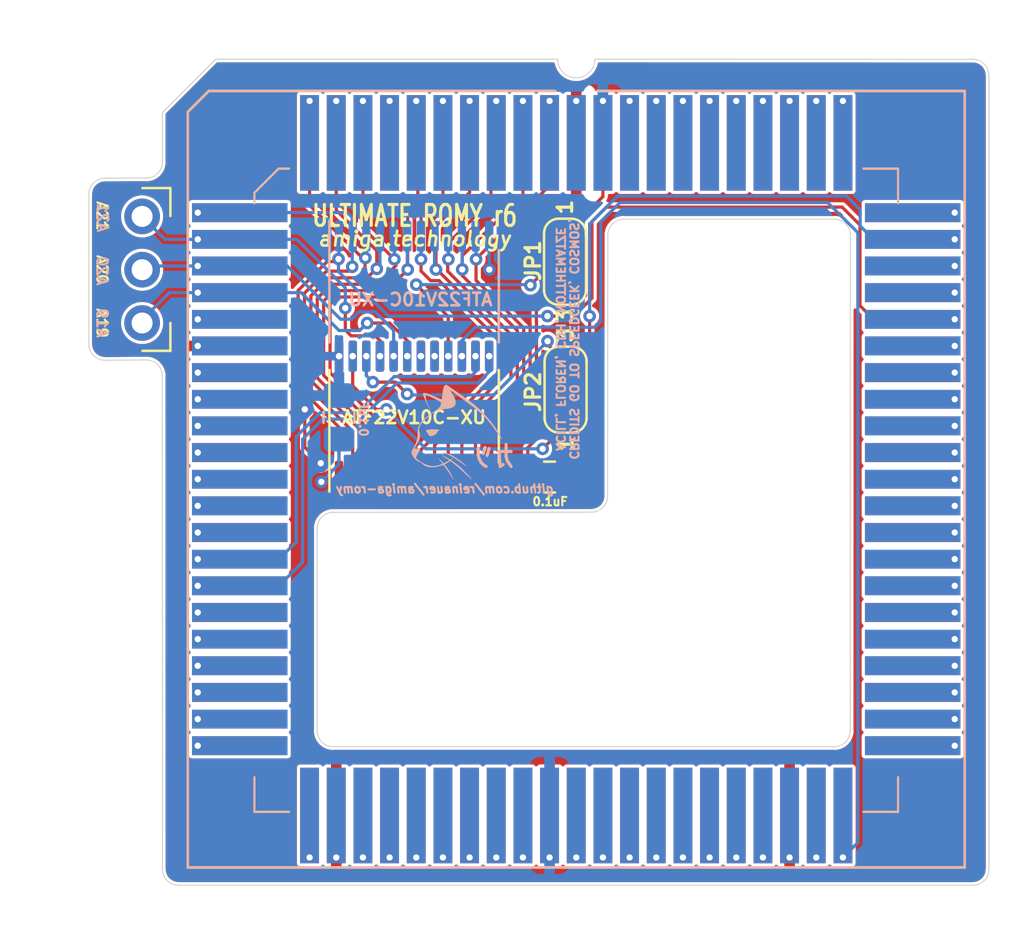
<source format=kicad_pcb>
(kicad_pcb (version 20210228) (generator pcbnew)
  (layers (0 "F.Cu" signal) (31 "B.Cu" signal) (34 "B.Paste" user) (35 "F.Paste" user) (36 "B.SilkS" user "B.Silkscreen") (37 "F.SilkS" user "F.Silkscreen") (38 "B.Mask" user) (39 "F.Mask" user) (44 "Edge.Cuts" user))
  (net 0 "")
  (net 1 "GND")
  (net 2 "VCC")
  (net 3 "/I11")
  (net 4 "/I10")
  (net 5 "/I9")
  (net 6 "/I8")
  (net 7 "/I7")
  (net 8 "/I6")
  (net 10 "/I5")
  (net 11 "/I4")
  (net 12 "/I3")
  (net 13 "/I2")
  (net 14 "/IO3")
  (net 15 "/IO4")
  (net 16 "/IO5")
  (net 25 "/IO10")
  (net 26 "/I12")
  (net 50 "/IO9")
  (net 67 "/I1{slash}CLK")
  (net 70 "Net-(IC2-Pad73)")
  (net 81 "/IO8")
  (net 82 "/IO2")
  (net 83 "/IO1")
  (net 84 "/IO7")
  (net 85 "/IO6")
  (footprint "Jumper:SolderJumper-3_P1.3mm_Bridged12_RoundedPad1.0x1.5mm_NumberLabels" (layer "F.Cu") (at 41.1988 45.593 -90)
    (fp_text reference "JP1" (at -0.0508 1.524 90) (layer "F.SilkS") (effects (font (size 0.7 0.7))))
    (fp_text value "SolderJumper_3_Bridged12" hide)
    (fp_text user "1" (at -2.6 0 90) (layer "F.SilkS") (effects (font (size 0.7 0.7))))
    (fp_text user "3" (at 2.6 0 90) (layer "F.SilkS") (effects (font (size 0.7 0.7))))
    (fp_poly (pts (xy -0.9 -0.3) (xy -0.4 -0.3) (xy -0.4 0.3) (xy -0.9 0.3)) (layer "F.Cu") (width 0) (fill solid))
    (pad "1" smd custom (at -1.3 0 270) (size 1 0.5) (layers "F.Cu" "F.Mask") (net 2 "VCC") (options (clearance outline) (anchor rect)) (primitives (gr_poly (pts (xy 0.55 -0.75) (xy 0 -0.75) (xy 0 0.75) (xy 0.55 0.75)) (width 0) (fill yes)) (gr_circle (center 0 0.25) (end 0.5 0.25) (width 0) (fill yes)) (gr_circle (center 0 -0.25) (end 0.5 -0.25) (width 0) (fill yes))))
    (pad "2" smd rect (at 0 0 270) (size 1 1.5) (layers "F.Cu" "F.Mask") (net 81 "/IO8"))
    (pad "3" smd custom (at 1.3 0 270) (size 1 0.5) (layers "F.Cu" "F.Mask") (net 1 "GND") (options (clearance outline) (anchor rect)) (primitives (gr_circle (center 0 0.25) (end 0.5 0.25) (width 0) (fill yes)) (gr_circle (center 0 -0.25) (end 0.5 -0.25) (width 0) (fill yes)) (gr_poly (pts (xy -0.55 -0.75) (xy 0 -0.75) (xy 0 0.75) (xy -0.55 0.75)) (width 0) (fill yes))))
  )
  (footprint "Capacitor_SMD:C_0805_2012Metric_Pad1.18x1.45mm_HandSolder" (layer "F.Cu") (at 40.4622 55.8546 180)
    (fp_text reference "C1" hide)
    (fp_text value "0.1uF" (at -0.0254 -1.1684) (layer "F.SilkS") (effects (font (size 0.4 0.4) (thickness 0.1))))
    (pad "1" smd roundrect (at -1.0375 0 180) (size 1.175 1.45) (layers "F.Cu" "F.Paste" "F.Mask") (roundrect_rratio 0.2127659574) (net 1 "GND"))
    (pad "2" smd roundrect (at 1.0375 0 180) (size 1.175 1.45) (layers "F.Cu" "F.Paste" "F.Mask") (roundrect_rratio 0.2127659574) (net 2 "VCC"))
  )
  (footprint "amiga-romy:Address_PinHeader_1x03_P2.54mm_Vertical" (layer "F.Cu") (at 21.0566 43.434)
    (fp_text reference "J1" hide)
    (fp_text value "Conn_01x03_Male")
    (fp_text user "A19" (at -1.905 5.08 -90 unlocked) (layer "B.SilkS") (effects (font (size 0.5 0.5) (thickness 0.1)) (justify mirror)))
    (fp_text user "A20" (at -1.905 2.5908 -90 unlocked) (layer "B.SilkS") (effects (font (size 0.5 0.5) (thickness 0.1)) (justify mirror)))
    (fp_text user "A21" (at -1.8796 0.0508 -90 unlocked) (layer "B.SilkS") (effects (font (size 0.5 0.5) (thickness 0.1)) (justify mirror)))
    (fp_text user "A21" (at -1.905 -0.0254 -90 unlocked) (layer "F.SilkS") (effects (font (size 0.5 0.5) (thickness 0.1))))
    (fp_text user "A19" (at -1.905 5.08 -90 unlocked) (layer "F.SilkS") (effects (font (size 0.5 0.5) (thickness 0.1))))
    (fp_text user "A20" (at -1.905 2.54 -90 unlocked) (layer "F.SilkS") (effects (font (size 0.5 0.5) (thickness 0.1))))
    (pad "1" thru_hole circle (at 0 0) (size 1.7 1.7) (drill 1) (layers *.Cu *.Mask) (net 14 "/IO3"))
    (pad "2" thru_hole oval (at 0 2.54) (size 1.7 1.7) (drill 1) (layers *.Cu *.Mask) (net 15 "/IO4"))
    (pad "3" thru_hole oval (at 0 5.08) (size 1.7 1.7) (drill 1) (layers *.Cu *.Mask) (net 16 "/IO5"))
  )
  (footprint "amiga-romy:asym_TSSOP-24_4.4x7.8mm_P0.65mm" (layer "F.Cu") (at 34.01 52.9513 90)
    (fp_text reference "U1")
    (fp_text value "ATF22V10C-XU" (at -0.0585 0.0006 180) (layer "F.SilkS") (effects (font (size 0.6 0.6) (thickness 0.127))))
    (pad "1" smd roundrect (at -2.8625 -3.575 90) (size 1.475 0.4) (layers "F.Cu" "F.Paste" "F.Mask") (net 67 "/I1{slash}CLK"))
    (pad "2" smd roundrect (at -2.8625 -2.925 90) (size 1.475 0.4) (layers "F.Cu" "F.Paste" "F.Mask") (net 13 "/I2"))
    (pad "3" smd roundrect (at -2.8625 -2.275 90) (size 1.475 0.4) (layers "F.Cu" "F.Paste" "F.Mask") (net 12 "/I3"))
    (pad "4" smd roundrect (at -2.8625 -1.625 90) (size 1.475 0.4) (layers "F.Cu" "F.Paste" "F.Mask") (net 11 "/I4"))
    (pad "5" smd roundrect (at -2.8625 -0.975 90) (size 1.475 0.4) (layers "F.Cu" "F.Paste" "F.Mask") (net 10 "/I5"))
    (pad "6" smd roundrect (at -2.8625 -0.325 90) (size 1.475 0.4) (layers "F.Cu" "F.Paste" "F.Mask") (net 8 "/I6"))
    (pad "7" smd roundrect (at -2.8625 0.325 90) (size 1.475 0.4) (layers "F.Cu" "F.Paste" "F.Mask") (net 7 "/I7"))
    (pad "8" smd roundrect (at -2.8625 0.975 90) (size 1.475 0.4) (layers "F.Cu" "F.Paste" "F.Mask") (net 6 "/I8"))
    (pad "9" smd roundrect (at -2.8625 1.625 90) (size 1.475 0.4) (layers "F.Cu" "F.Paste" "F.Mask") (net 5 "/I9"))
    (pad "10" smd roundrect (at -2.8625 2.275 90) (size 1.475 0.4) (layers "F.Cu" "F.Paste" "F.Mask") (net 4 "/I10"))
    (pad "11" smd roundrect (at -2.8625 2.925 90) (size 1.475 0.4) (layers "F.Cu" "F.Paste" "F.Mask") (net 3 "/I11"))
    (pad "12" smd roundrect (at -2.8625 3.575 90) (size 1.475 0.4) (layers "F.Cu" "F.Paste" "F.Mask") (net 1 "GND"))
    (pad "13" thru_hole roundrect (at 2.8625 3.575 90) (size 1.475 0.4) (drill 0.3) (layers *.Cu *.Mask) (net 26 "/I12"))
    (pad "14" thru_hole roundrect (at 2.8625 2.925 90) (size 1.475 0.4) (drill 0.3) (layers *.Cu *.Mask) (net 25 "/IO10"))
    (pad "15" thru_hole roundrect (at 2.8625 2.275 90) (size 1.475 0.4) (drill 0.3) (layers *.Cu *.Mask) (net 50 "/IO9"))
    (pad "16" thru_hole roundrect (at 2.8625 1.625 90) (size 1.475 0.4) (drill 0.3) (layers *.Cu *.Mask) (net 81 "/IO8"))
    (pad "17" thru_hole roundrect (at 2.8625 0.975 90) (size 1.475 0.4) (drill 0.3) (layers *.Cu *.Mask) (net 84 "/IO7"))
    (pad "18" thru_hole roundrect (at 2.8625 0.325 90) (size 1.475 0.4) (drill 0.3) (layers *.Cu *.Mask) (net 85 "/IO6"))
    (pad "19" thru_hole roundrect (at 2.8625 -0.325 90) (size 1.475 0.4) (drill 0.3) (layers *.Cu *.Mask) (net 16 "/IO5"))
    (pad "20" thru_hole roundrect (at 2.8625 -0.975 90) (size 1.475 0.4) (drill 0.3) (layers *.Cu *.Mask) (net 15 "/IO4"))
    (pad "21" thru_hole roundrect (at 2.8625 -1.625 90) (size 1.475 0.4) (drill 0.3) (layers *.Cu *.Mask) (net 14 "/IO3"))
    (pad "22" thru_hole roundrect (at 2.8625 -2.275 90) (size 1.475 0.4) (drill 0.3) (layers *.Cu *.Mask) (net 82 "/IO2"))
    (pad "23" thru_hole roundrect (at 2.8625 -2.925 90) (size 1.475 0.4) (drill 0.3) (layers *.Cu *.Mask) (net 83 "/IO1"))
    (pad "24" thru_hole roundrect (at 2.8625 -3.575 90) (size 1.475 0.4) (drill 0.3) (layers *.Cu *.Mask) (net 2 "VCC"))
  )
  (footprint "amiga-romy:Katsu" (layer "F.Cu") (at 35.687 54.0512)
    (fp_text reference "カツ" (at 2.1336 0.9398 unlocked) (layer "B.SilkS") (effects (justify mirror)))
    (fp_text value "Katsu" hide)
  )
  (footprint "Jumper:SolderJumper-3_P1.3mm_Bridged12_RoundedPad1.0x1.5mm_NumberLabels" (layer "F.Cu") (at 41.2242 51.689 90)
    (fp_text reference "JP2" (at -0.1016 -1.5494 90) (layer "F.SilkS") (effects (font (size 0.7 0.7))))
    (fp_text value "SolderJumper_3_Bridged12" hide)
    (fp_text user "1" (at -2.6 0 90) (layer "F.SilkS") (effects (font (size 0.7 0.7))))
    (fp_text user "3" (at 2.6 0 90) (layer "F.SilkS") (effects (font (size 0.7 0.7))))
    (fp_poly (pts (xy -0.9 -0.3) (xy -0.4 -0.3) (xy -0.4 0.3) (xy -0.9 0.3)) (layer "F.Cu") (width 0) (fill solid))
    (pad "1" smd custom (at -1.3 0 90) (size 1 0.5) (layers "F.Cu" "F.Mask") (net 83 "/IO1") (options (clearance outline) (anchor rect)) (primitives (gr_poly (pts (xy 0.55 -0.75) (xy 0 -0.75) (xy 0 0.75) (xy 0.55 0.75)) (width 0) (fill yes)) (gr_circle (center 0 0.25) (end 0.5 0.25) (width 0) (fill yes)) (gr_circle (center 0 -0.25) (end 0.5 -0.25) (width 0) (fill yes))))
    (pad "2" smd rect (at 0 0 90) (size 1 1.5) (layers "F.Cu" "F.Mask") (net 70 "Net-(IC2-Pad73)"))
    (pad "3" smd custom (at 1.3 0 90) (size 1 0.5) (layers "F.Cu" "F.Mask") (net 82 "/IO2") (options (clearance outline) (anchor rect)) (primitives (gr_circle (center 0 0.25) (end 0.5 0.25) (width 0) (fill yes)) (gr_circle (center 0 -0.25) (end 0.5 -0.25) (width 0) (fill yes)) (gr_poly (pts (xy -0.55 -0.75) (xy 0 -0.75) (xy 0 0.75) (xy -0.55 0.75)) (width 0) (fill yes))))
  )
  (footprint "amiga-romy:asym_TSSOP-24_4.4x7.8mm_P0.65mm" (layer "B.Cu") (at 34.01 47.2363 -90)
    (fp_text reference "U2" hide)
    (fp_text value "ATF22V10C-XU" (at 0.1601 -0.3054 180) (layer "B.SilkS") (effects (font (size 0.6 0.6) (thickness 0.127)) (justify mirror)))
    (pad "1" smd roundrect (at -2.8625 3.575 270) (size 1.475 0.4) (layers "B.Cu" "B.Paste" "B.Mask") (net 67 "/I1{slash}CLK"))
    (pad "2" smd roundrect (at -2.8625 2.925 270) (size 1.475 0.4) (layers "B.Cu" "B.Paste" "B.Mask") (net 13 "/I2"))
    (pad "3" smd roundrect (at -2.8625 2.275 270) (size 1.475 0.4) (layers "B.Cu" "B.Paste" "B.Mask") (net 12 "/I3"))
    (pad "4" smd roundrect (at -2.8625 1.625 270) (size 1.475 0.4) (layers "B.Cu" "B.Paste" "B.Mask") (net 11 "/I4"))
    (pad "5" smd roundrect (at -2.8625 0.975 270) (size 1.475 0.4) (layers "B.Cu" "B.Paste" "B.Mask") (net 10 "/I5"))
    (pad "6" smd roundrect (at -2.8625 0.325 270) (size 1.475 0.4) (layers "B.Cu" "B.Paste" "B.Mask") (net 8 "/I6"))
    (pad "7" smd roundrect (at -2.8625 -0.325 270) (size 1.475 0.4) (layers "B.Cu" "B.Paste" "B.Mask") (net 7 "/I7"))
    (pad "8" smd roundrect (at -2.8625 -0.975 270) (size 1.475 0.4) (layers "B.Cu" "B.Paste" "B.Mask") (net 6 "/I8"))
    (pad "9" smd roundrect (at -2.8625 -1.625 270) (size 1.475 0.4) (layers "B.Cu" "B.Paste" "B.Mask") (net 5 "/I9"))
    (pad "10" smd roundrect (at -2.8625 -2.275 270) (size 1.475 0.4) (layers "B.Cu" "B.Paste" "B.Mask") (net 4 "/I10"))
    (pad "11" smd roundrect (at -2.8625 -2.925 270) (size 1.475 0.4) (layers "B.Cu" "B.Paste" "B.Mask") (net 3 "/I11"))
    (pad "12" smd roundrect (at -2.8625 -3.575 270) (size 1.475 0.4) (layers "B.Cu" "B.Paste" "B.Mask") (net 1 "GND"))
    (pad "13" thru_hole roundrect (at 2.8625 -3.575 270) (size 1.475 0.4) (drill 0.3) (layers *.Cu *.Mask) (net 26 "/I12"))
    (pad "14" thru_hole roundrect (at 2.8625 -2.925 270) (size 1.475 0.4) (drill 0.3) (layers *.Cu *.Mask) (net 25 "/IO10"))
    (pad "15" thru_hole roundrect (at 2.8625 -2.275 270) (size 1.475 0.4) (drill 0.3) (layers *.Cu *.Mask) (net 50 "/IO9"))
    (pad "16" thru_hole roundrect (at 2.8625 -1.625 270) (size 1.475 0.4) (drill 0.3) (layers *.Cu *.Mask) (net 81 "/IO8"))
    (pad "17" thru_hole roundrect (at 2.8625 -0.975 270) (size 1.475 0.4) (drill 0.3) (layers *.Cu *.Mask) (net 84 "/IO7"))
    (pad "18" thru_hole roundrect (at 2.8625 -0.325 270) (size 1.475 0.4) (drill 0.3) (layers *.Cu *.Mask) (net 85 "/IO6"))
    (pad "19" thru_hole roundrect (at 2.8625 0.325 270) (size 1.475 0.4) (drill 0.3) (layers *.Cu *.Mask) (net 16 "/IO5"))
    (pad "20" thru_hole roundrect (at 2.8625 0.975 270) (size 1.475 0.4) (drill 0.3) (layers *.Cu *.Mask) (net 15 "/IO4"))
    (pad "21" thru_hole roundrect (at 2.8625 1.625 270) (size 1.475 0.4) (drill 0.3) (layers *.Cu *.Mask) (net 14 "/IO3"))
    (pad "22" thru_hole roundrect (at 2.8625 2.275 270) (size 1.475 0.4) (drill 0.3) (layers *.Cu *.Mask) (net 82 "/IO2"))
    (pad "23" thru_hole roundrect (at 2.8625 2.925 270) (size 1.475 0.4) (drill 0.3) (layers *.Cu *.Mask) (net 83 "/IO1"))
    (pad "24" thru_hole roundrect (at 2.8625 3.575 270) (size 1.475 0.4) (drill 0.3) (layers *.Cu *.Mask) (net 2 "VCC"))
  )
  (footprint "amiga-romy:APW9328THO" (layer "B.Cu") (at 41.7322 55.9562 180)
    (fp_text reference "IC2" hide)
    (fp_text value "FAT_GARY")
    (pad "1" thru_hole rect (at 0 18.025 180) (size 0.9 4.55) (drill 0.3 (offset 0 -2)) (layers *.Cu *.Mask) (net 1 "GND"))
    (pad "2" thru_hole rect (at 1.27 18.025 180) (size 0.9 4.55) (drill 0.3 (offset 0 -2)) (layers *.Cu *.Mask) (net 3 "/I11"))
    (pad "3" thru_hole rect (at 2.54 18.025 180) (size 0.9 4.55) (drill 0.3 (offset 0 -2)) (layers *.Cu *.Mask) (net 4 "/I10"))
    (pad "4" thru_hole rect (at 3.81 18.025 180) (size 0.9 4.55) (drill 0.3 (offset 0 -2)) (layers *.Cu *.Mask) (net 5 "/I9"))
    (pad "5" thru_hole rect (at 5.08 18.025 180) (size 0.9 4.55) (drill 0.3 (offset 0 -2)) (layers *.Cu *.Mask) (net 6 "/I8"))
    (pad "6" thru_hole rect (at 6.35 18.025 180) (size 0.9 4.55) (drill 0.3 (offset 0 -2)) (layers *.Cu *.Mask) (net 7 "/I7"))
    (pad "7" thru_hole rect (at 7.62 18.025 180) (size 0.9 4.55) (drill 0.3 (offset 0 -2)) (layers *.Cu *.Mask) (net 8 "/I6"))
    (pad "8" thru_hole rect (at 8.89 18.025 180) (size 0.9 4.55) (drill 0.3 (offset 0 -2)) (layers *.Cu *.Mask))
    (pad "9" thru_hole rect (at 10.16 18.025 180) (size 0.9 4.55) (drill 0.3 (offset 0 -2)) (layers *.Cu *.Mask) (net 10 "/I5"))
    (pad "10" thru_hole rect (at 11.43 18.025 180) (size 0.9 4.55) (drill 0.3 (offset 0 -2)) (layers *.Cu *.Mask) (net 11 "/I4"))
    (pad "11" thru_hole rect (at 12.7 18.025 180) (size 0.9 4.55) (drill 0.3 (offset 0 -2)) (layers *.Cu *.Mask) (net 12 "/I3"))
    (pad "12" thru_hole rect (at 18.025 12.7 180) (size 4.55 0.9) (drill 0.3 (offset -2 0)) (layers *.Cu *.Mask) (net 13 "/I2"))
    (pad "13" thru_hole rect (at 18.025 11.43 180) (size 4.55 0.9) (drill 0.3 (offset -2 0)) (layers *.Cu *.Mask) (net 14 "/IO3"))
    (pad "14" thru_hole rect (at 18.025 10.16 180) (size 4.55 0.9) (drill 0.3 (offset -2 0)) (layers *.Cu *.Mask) (net 15 "/IO4"))
    (pad "15" thru_hole rect (at 18.025 8.89 180) (size 4.55 0.9) (drill 0.3 (offset -2 0)) (layers *.Cu *.Mask) (net 16 "/IO5"))
    (pad "16" thru_hole rect (at 18.025 7.62 180) (size 4.55 0.9) (drill 0.3 (offset -2 0)) (layers *.Cu *.Mask))
    (pad "17" thru_hole rect (at 18.025 6.35 180) (size 4.55 0.9) (drill 0.3 (offset -2 0)) (layers *.Cu *.Mask) (net 1 "GND"))
    (pad "18" thru_hole rect (at 18.025 5.08 180) (size 4.55 0.9) (drill 0.3 (offset -2 0)) (layers *.Cu *.Mask))
    (pad "19" thru_hole rect (at 18.025 3.81 180) (size 4.55 0.9) (drill 0.3 (offset -2 0)) (layers *.Cu *.Mask))
    (pad "20" thru_hole rect (at 18.025 2.54 180) (size 4.55 0.9) (drill 0.3 (offset -2 0)) (layers *.Cu *.Mask))
    (pad "21" thru_hole rect (at 18.025 1.27 180) (size 4.55 0.9) (drill 0.3 (offset -2 0)) (layers *.Cu *.Mask))
    (pad "22" thru_hole rect (at 18.025 0 180) (size 4.55 0.9) (drill 0.3 (offset -2 0)) (layers *.Cu *.Mask))
    (pad "23" thru_hole rect (at 18.025 -1.27 180) (size 4.55 0.9) (drill 0.3 (offset -2 0)) (layers *.Cu *.Mask))
    (pad "24" thru_hole rect (at 18.025 -2.54 180) (size 4.55 0.9) (drill 0.3 (offset -2 0)) (layers *.Cu *.Mask))
    (pad "25" thru_hole rect (at 18.025 -3.81 180) (size 4.55 0.9) (drill 0.3 (offset -2 0)) (layers *.Cu *.Mask) (net 25 "/IO10"))
    (pad "26" thru_hole rect (at 18.025 -5.08 180) (size 4.55 0.9) (drill 0.3 (offset -2 0)) (layers *.Cu *.Mask) (net 26 "/I12"))
    (pad "27" thru_hole rect (at 18.025 -6.35 180) (size 4.55 0.9) (drill 0.3 (offset -2 0)) (layers *.Cu *.Mask))
    (pad "28" thru_hole rect (at 18.025 -7.62 180) (size 4.55 0.9) (drill 0.3 (offset -2 0)) (layers *.Cu *.Mask))
    (pad "29" thru_hole rect (at 18.025 -8.89 180) (size 4.55 0.9) (drill 0.3 (offset -2 0)) (layers *.Cu *.Mask))
    (pad "30" thru_hole rect (at 18.025 -10.16 180) (size 4.55 0.9) (drill 0.3 (offset -2 0)) (layers *.Cu *.Mask))
    (pad "31" thru_hole rect (at 18.025 -11.43 180) (size 4.55 0.9) (drill 0.3 (offset -2 0)) (layers *.Cu *.Mask))
    (pad "32" thru_hole rect (at 18.025 -12.7 180) (size 4.55 0.9) (drill 0.3 (offset -2 0)) (layers *.Cu *.Mask))
    (pad "33" thru_hole rect (at 12.7 -18.025 180) (size 0.9 4.55) (drill 0.3 (offset 0 2)) (layers *.Cu *.Mask))
    (pad "34" thru_hole rect (at 11.43 -18.025 180) (size 0.9 4.55) (drill 0.3 (offset 0 2)) (layers *.Cu *.Mask) (net 1 "GND"))
    (pad "35" thru_hole rect (at 10.16 -18.025 180) (size 0.9 4.55) (drill 0.3 (offset 0 2)) (layers *.Cu *.Mask))
    (pad "36" thru_hole rect (at 8.89 -18.025 180) (size 0.9 4.55) (drill 0.3 (offset 0 2)) (layers *.Cu *.Mask))
    (pad "37" thru_hole rect (at 7.62 -18.025 180) (size 0.9 4.55) (drill 0.3 (offset 0 2)) (layers *.Cu *.Mask))
    (pad "38" thru_hole rect (at 6.35 -18.025 180) (size 0.9 4.55) (drill 0.3 (offset 0 2)) (layers *.Cu *.Mask))
    (pad "39" thru_hole rect (at 5.08 -18.025 180) (size 0.9 4.55) (drill 0.3 (offset 0 2)) (layers *.Cu *.Mask))
    (pad "40" thru_hole rect (at 3.81 -18.025 180) (size 0.9 4.55) (drill 0.3 (offset 0 2)) (layers *.Cu *.Mask))
    (pad "41" thru_hole rect (at 2.54 -18.025 180) (size 0.9 4.55) (drill 0.3 (offset 0 2)) (layers *.Cu *.Mask))
    (pad "42" thru_hole rect (at 1.27 -18.025 180) (size 0.9 4.55) (drill 0.3 (offset 0 2)) (layers *.Cu *.Mask) (net 2 "VCC"))
    (pad "43" thru_hole rect (at 0 -18.025 180) (size 0.9 4.55) (drill 0.3 (offset 0 2)) (layers *.Cu *.Mask))
    (pad "44" thru_hole rect (at -1.27 -18.025 180) (size 0.9 4.55) (drill 0.3 (offset 0 2)) (layers *.Cu *.Mask))
    (pad "45" thru_hole rect (at -2.54 -18.025 180) (size 0.9 4.55) (drill 0.3 (offset 0 2)) (layers *.Cu *.Mask))
    (pad "46" thru_hole rect (at -3.81 -18.025 180) (size 0.9 4.55) (drill 0.3 (offset 0 2)) (layers *.Cu *.Mask))
    (pad "47" thru_hole rect (at -5.08 -18.025 180) (size 0.9 4.55) (drill 0.3 (offset 0 2)) (layers *.Cu *.Mask))
    (pad "48" thru_hole rect (at -6.35 -18.025 180) (size 0.9 4.55) (drill 0.3 (offset 0 2)) (layers *.Cu *.Mask))
    (pad "49" thru_hole rect (at -7.62 -18.025 180) (size 0.9 4.55) (drill 0.3 (offset 0 2)) (layers *.Cu *.Mask))
    (pad "50" thru_hole rect (at -8.89 -18.025 180) (size 0.9 4.55) (drill 0.3 (offset 0 2)) (layers *.Cu *.Mask))
    (pad "51" thru_hole rect (at -10.16 -18.025 180) (size 0.9 4.55) (drill 0.3 (offset 0 2)) (layers *.Cu *.Mask) (net 1 "GND"))
    (pad "52" thru_hole rect (at -11.43 -18.025 180) (size 0.9 4.55) (drill 0.3 (offset 0 2)) (layers *.Cu *.Mask))
    (pad "53" thru_hole rect (at -12.7 -18.025 180) (size 0.9 4.55) (drill 0.3 (offset 0 2)) (layers *.Cu *.Mask) (net 50 "/IO9"))
    (pad "54" thru_hole rect (at -18.025 -12.7 180) (size 4.55 0.9) (drill 0.3 (offset 2 0)) (layers *.Cu *.Mask))
    (pad "55" thru_hole rect (at -18.025 -11.43 180) (size 4.55 0.9) (drill 0.3 (offset 2 0)) (layers *.Cu *.Mask))
    (pad "56" thru_hole rect (at -18.025 -10.16 180) (size 4.55 0.9) (drill 0.3 (offset 2 0)) (layers *.Cu *.Mask))
    (pad "57" thru_hole rect (at -18.025 -8.89 180) (size 4.55 0.9) (drill 0.3 (offset 2 0)) (layers *.Cu *.Mask))
    (pad "58" thru_hole rect (at -18.025 -7.62 180) (size 4.55 0.9) (drill 0.3 (offset 2 0)) (layers *.Cu *.Mask))
    (pad "59" thru_hole rect (at -18.025 -6.35 180) (size 4.55 0.9) (drill 0.3 (offset 2 0)) (layers *.Cu *.Mask))
    (pad "60" thru_hole rect (at -18.025 -5.08 180) (size 4.55 0.9) (drill 0.3 (offset 2 0)) (layers *.Cu *.Mask))
    (pad "61" thru_hole rect (at -18.025 -3.81 180) (size 4.55 0.9) (drill 0.3 (offset 2 0)) (layers *.Cu *.Mask))
    (pad "62" thru_hole rect (at -18.025 -2.54 180) (size 4.55 0.9) (drill 0.3 (offset 2 0)) (layers *.Cu *.Mask))
    (pad "63" thru_hole rect (at -18.025 -1.27 180) (size 4.55 0.9) (drill 0.3 (offset 2 0)) (layers *.Cu *.Mask))
    (pad "64" thru_hole rect (at -18.025 0 180) (size 4.55 0.9) (drill 0.3 (offset 2 0)) (layers *.Cu *.Mask))
    (pad "65" thru_hole rect (at -18.025 1.27 180) (size 4.55 0.9) (drill 0.3 (offset 2 0)) (layers *.Cu *.Mask))
    (pad "66" thru_hole rect (at -18.025 2.54 180) (size 4.55 0.9) (drill 0.3 (offset 2 0)) (layers *.Cu *.Mask))
    (pad "67" thru_hole rect (at -18.025 3.81 180) (size 4.55 0.9) (drill 0.3 (offset 2 0)) (layers *.Cu *.Mask))
    (pad "68" thru_hole rect (at -18.025 5.08 180) (size 4.55 0.9) (drill 0.3 (offset 2 0)) (layers *.Cu *.Mask))
    (pad "69" thru_hole rect (at -18.025 6.35 180) (size 4.55 0.9) (drill 0.3 (offset 2 0)) (layers *.Cu *.Mask))
    (pad "70" thru_hole rect (at -18.025 7.62 180) (size 4.55 0.9) (drill 0.3 (offset 2 0)) (layers *.Cu *.Mask) (net 67 "/I1{slash}CLK"))
    (pad "71" thru_hole rect (at -18.025 8.89 180) (size 4.55 0.9) (drill 0.3 (offset 2 0)) (layers *.Cu *.Mask))
    (pad "72" thru_hole rect (at -18.025 10.16 180) (size 4.55 0.9) (drill 0.3 (offset 2 0)) (layers *.Cu *.Mask))
    (pad "73" thru_hole rect (at -18.025 11.43 180) (size 4.55 0.9) (drill 0.3 (offset 2 0)) (layers *.Cu *.Mask) (net 70 "Net-(IC2-Pad73)"))
    (pad "74" thru_hole rect (at -18.025 12.7 180) (size 4.55 0.9) (drill 0.3 (offset 2 0)) (layers *.Cu *.Mask))
    (pad "75" thru_hole rect (at -12.7 18.025 180) (size 0.9 4.55) (drill 0.3 (offset 0 -2)) (layers *.Cu *.Mask))
    (pad "76" thru_hole rect (at -11.43 18.025 180) (size 0.9 4.55) (drill 0.3 (offset 0 -2)) (layers *.Cu *.Mask))
    (pad "77" thru_hole rect (at -10.16 18.025 180) (size 0.9 4.55) (drill 0.3 (offset 0 -2)) (layers *.Cu *.Mask))
    (pad "78" thru_hole rect (at -8.89 18.025 180) (size 0.9 4.55) (drill 0.3 (offset 0 -2)) (layers *.Cu *.Mask))
    (pad "79" thru_hole rect (at -7.62 18.025 180) (size 0.9 4.55) (drill 0.3 (offset 0 -2)) (layers *.Cu *.Mask))
    (pad "80" thru_hole rect (at -6.35 18.025 180) (size 0.9 4.55) (drill 0.3 (offset 0 -2)) (layers *.Cu *.Mask))
    (pad "81" thru_hole rect (at -5.08 18.025 180) (size 0.9 4.55) (drill 0.3 (offset 0 -2)) (layers *.Cu *.Mask))
    (pad "82" thru_hole rect (at -3.81 18.025 180) (size 0.9 4.55) (drill 0.3 (offset 0 -2)) (layers *.Cu *.Mask))
    (pad "83" thru_hole rect (at -2.54 18.025 180) (size 0.9 4.55) (drill 0.3 (offset 0 -2)) (layers *.Cu *.Mask))
    (pad "84" thru_hole rect (at -1.27 18.025 180) (size 0.9 4.55) (drill 0.3 (offset 0 -2)) (layers *.Cu *.Mask) (net 2 "VCC"))
  )
  (footprint "Capacitor_SMD:C_0805_2012Metric_Pad1.18x1.45mm_HandSolder" (layer "B.Cu") (at 30.4292 53.0098 90)
    (fp_text reference "C2")
    (fp_text value "0.1uF" (at -0.0762 1.1684 270 unlocked) (layer "B.SilkS") (effects (font (size 0.4 0.4) (thickness 0.1)) (justify mirror)))
    (pad "1" smd roundrect (at -1.0375 0 90) (size 1.175 1.45) (layers "B.Cu" "B.Paste" "B.Mask") (roundrect_rratio 0.2127659574) (net 1 "GND"))
    (pad "2" smd roundrect (at 1.0375 0 90) (size 1.175 1.45) (layers "B.Cu" "B.Paste" "B.Mask") (roundrect_rratio 0.2127659574) (net 2 "VCC"))
  )
  (gr_arc (start 43.998215 44.328415) (end 43.998215 43.566415) (angle -90) (layer "Edge.Cuts") (width 0.05))
  (gr_line (start 43.236215 44.328415) (end 43.225385 56.763585) (layer "Edge.Cuts") (width 0.05))
  (gr_arc (start 19.284015 49.524585) (end 18.522015 49.524585) (angle -90) (layer "Edge.Cuts") (width 0.05))
  (gr_arc (start 60.624385 74.543585) (end 60.624385 75.305585) (angle -90) (layer "Edge.Cuts") (width 0.05))
  (gr_line (start 60.624385 75.305585) (end 22.789215 75.305585) (layer "Edge.Cuts") (width 0.05))
  (gr_line (start 22.0218 40.8432) (end 22.0218 38.481) (layer "Edge.Cuts") (width 0.05))
  (gr_line (start 29.393215 58.298415) (end 29.393215 67.939585) (layer "Edge.Cuts") (width 0.05))
  (gr_arc (start 21.2598 40.8432) (end 21.2598 41.6052) (angle -90) (layer "Edge.Cuts") (width 0.05))
  (gr_arc (start 30.155215 58.298415) (end 30.155215 57.536415) (angle -90) (layer "Edge.Cuts") (width 0.05))
  (gr_arc (start 60.624385 36.708415) (end 61.386385 36.708415) (angle -90) (layer "Edge.Cuts") (width 0.05))
  (gr_line (start 42.6212 35.941) (end 60.624385 35.946415) (layer "Edge.Cuts") (width 0.05))
  (gr_arc (start 21.254385 51.034015) (end 22.016385 51.034015) (angle -90) (layer "Edge.Cuts") (width 0.05))
  (gr_line (start 42.463385 57.525585) (end 30.155215 57.536415) (layer "Edge.Cuts") (width 0.05))
  (gr_line (start 61.386385 36.708415) (end 61.386385 74.543585) (layer "Edge.Cuts") (width 0.05))
  (gr_line (start 30.155215 68.701585) (end 54.020385 68.701585) (layer "Edge.Cuts") (width 0.05))
  (gr_line (start 22.0218 38.481) (end 24.5618 35.941) (layer "Edge.Cuts") (width 0.05))
  (gr_arc (start 42.463385 56.763585) (end 42.463385 57.525585) (angle -90) (layer "Edge.Cuts") (width 0.05))
  (gr_arc (start 54.0258 44.328415) (end 54.7878 44.328415) (angle -90) (layer "Edge.Cuts") (width 0.05))
  (gr_line (start 54.782385 67.939585) (end 54.7878 44.328415) (layer "Edge.Cuts") (width 0.05))
  (gr_arc (start 30.155215 67.939585) (end 29.393215 67.939585) (angle -90) (layer "Edge.Cuts") (width 0.05))
  (gr_line (start 19.284015 50.286585) (end 21.254385 50.272015) (layer "Edge.Cuts") (width 0.05))
  (gr_line (start 24.5618 35.941) (end 40.8432 35.941) (layer "Edge.Cuts") (width 0.05))
  (gr_arc (start 41.7322 35.941) (end 42.6212 35.941) (angle 180) (layer "Edge.Cuts") (width 0.05))
  (gr_line (start 54.0258 43.566415) (end 43.998215 43.566415) (layer "Edge.Cuts") (width 0.05))
  (gr_arc (start 19.284015 42.372615) (end 19.284015 41.610615) (angle -90) (layer "Edge.Cuts") (width 0.05))
  (gr_arc (start 54.020385 67.939585) (end 54.020385 68.701585) (angle -90) (layer "Edge.Cuts") (width 0.05))
  (gr_arc (start 22.789215 74.543585) (end 22.027215 74.543585) (angle -90) (layer "Edge.Cuts") (width 0.05))
  (gr_line (start 19.284015 41.610615) (end 21.2598 41.6052) (layer "Edge.Cuts") (width 0.05))
  (gr_line (start 18.522015 42.372615) (end 18.522015 49.524585) (layer "Edge.Cuts") (width 0.05))
  (gr_line (start 22.027215 74.543585) (end 22.016385 51.034015) (layer "Edge.Cuts") (width 0.05))
  (gr_text "github.com/reinauer/amiga-romy" (at 35.4838 56.4134) (layer "B.SilkS") (effects (font (size 0.4 0.4) (thickness 0.1) italic) (justify mirror)))
  (gr_text "CREDITS GO TO SPEEDGEEK, COSMOS,\nACILL, FLOREN, CDH, NOTTHEMATZE" (at 41.3004 49.276 -90) (layer "B.SilkS") (effects (font (size 0.4 0.4) (thickness 0.1)) (justify mirror)))
  (gr_text "ULTIMATE ROMY r6" (at 34.036 43.4086) (layer "F.SilkS") (effects (font (size 1 0.7))))
  (gr_text "amiga.technology" (at 34.036 44.5008) (layer "F.SilkS") (effects (font (size 0.7 0.7) (thickness 0.127) italic)))
  (via (at 37.5914 45.9663) (size 0.6) (drill 0.3) (layers "F.Cu" "B.Cu") (net 1))
  (via (at 29.591 56.0832) (size 0.6) (drill 0.3) (layers "F.Cu" "B.Cu") (net 1))
  (segment (start 30.4292 54.0473) (end 30.4292 55.245) (width 0.1524) (layer "B.Cu") (net 1))
  (segment (start 37.585 44.3738) (end 37.585 45.9599) (width 0.1524) (layer "B.Cu") (net 1))
  (segment (start 37.585 45.9599) (end 37.5914 45.9663) (width 0.1524) (layer "B.Cu") (net 1))
  (segment (start 30.4292 55.245) (end 29.591 56.0832) (width 0.1524) (layer "B.Cu") (net 1))
  (segment (start 28.8036 52.6288) (end 28.8036 54.4322) (width 0.1524) (layer "F.Cu") (net 2))
  (segment (start 42.177248 44.521539) (end 41.948709 44.293) (width 0.1524) (layer "F.Cu") (net 2))
  (segment (start 39.4247 55.8546) (end 39.4247 54.4537) (width 0.1524) (layer "F.Cu") (net 2))
  (segment (start 41.948709 44.293) (end 41.1988 44.293) (width 0.1524) (layer "F.Cu") (net 2))
  (segment (start 28.8036 54.4322) (end 29.5656 55.1942) (width 0.1524) (layer "F.Cu") (net 2))
  (segment (start 39.838985 48.443775) (end 39.832499 48.437289) (width 0.1524) (layer "F.Cu") (net 2))
  (segment (start 39.832499 47.899101) (end 40.10548 47.62612) (width 0.1524) (layer "F.Cu") (net 2))
  (segment (start 41.1988 44.293) (end 42.1617 43.3301) (width 0.1524) (layer "F.Cu") (net 2))
  (segment (start 39.4247 54.4537) (end 39.839004 54.039396) (width 0.1524) (layer "F.Cu") (net 2))
  (segment (start 40.10548 47.62612) (end 41.750814 47.62612) (width 0.1524) (layer "F.Cu") (net 2))
  (segment (start 39.839004 54.039396) (end 39.839004 53.732804) (width 0.1524) (layer "F.Cu") (net 2))
  (segment (start 43.0022 42.4896) (end 42.1617 43.3301) (width 0.1524) (layer "F.Cu") (net 2))
  (segment (start 39.838985 53.732785) (end 39.838985 48.443775) (width 0.1524) (layer "F.Cu") (net 2))
  (segment (start 43.0022 37.9312) (end 43.0022 42.4896) (width 0.1524) (layer "F.Cu") (net 2))
  (segment (start 42.177248 47.199686) (end 42.177248 44.521539) (width 0.1524) (layer "F.Cu") (net 2))
  (segment (start 39.832499 48.437289) (end 39.832499 47.899101) (width 0.1524) (layer "F.Cu") (net 2))
  (segment (start 42.1617 43.3301) (end 42.478 43.0138) (width 0.1524) (layer "F.Cu") (net 2))
  (segment (start 41.750814 47.62612) (end 42.177248 47.199686) (width 0.1524) (layer "F.Cu") (net 2))
  (segment (start 39.839004 53.990169) (end 39.839004 53.732804) (width 0.1524) (layer "F.Cu") (net 2))
  (segment (start 39.839004 53.732804) (end 39.838985 53.732785) (width 0.1524) (layer "F.Cu") (net 2))
  (via (at 29.5656 55.1942) (size 0.6) (drill 0.3) (layers "F.Cu" "B.Cu") (net 2))
  (via (at 28.8036 52.6288) (size 0.6) (drill 0.3) (layers "F.Cu" "B.Cu") (net 2))
  (segment (start 30.435 50.0988) (end 30.435 51.9665) (width 0.1524) (layer "B.Cu") (net 2))
  (segment (start 30.435 51.9665) (end 30.4292 51.9723) (width 0.1524) (layer "B.Cu") (net 2))
  (segment (start 30.4292 51.9723) (end 29.4601 51.9723) (width 0.1524) (layer "B.Cu") (net 2))
  (segment (start 29.4601 51.9723) (end 28.8036 52.6288) (width 0.1524) (layer "B.Cu") (net 2))
  (segment (start 36.935 53.68534) (end 39.230363 51.389977) (width 0.1524) (layer "F.Cu") (net 3))
  (segment (start 39.230363 48.746823) (end 36.960884 46.477344) (width 0.1524) (layer "F.Cu") (net 3))
  (segment (start 39.230363 51.389977) (end 39.230363 48.746823) (width 0.1524) (layer "F.Cu") (net 3))
  (segment (start 36.960884 46.477344) (end 36.960884 45.475499) (width 0.1524) (layer "F.Cu") (net 3))
  (segment (start 36.935 55.8138) (end 36.935 53.68534) (width 0.1524) (layer "F.Cu") (net 3))
  (segment (start 36.960884 45.462116) (end 36.960884 45.475499) (width 0.1524) (layer "F.Cu") (net 3))
  (segment (start 40.4622 41.9608) (end 36.960884 45.462116) (width 0.1524) (layer "F.Cu") (net 3))
  (segment (start 40.4622 37.9312) (end 40.4622 41.9608) (width 0.1524) (layer "F.Cu") (net 3))
  (via (at 36.960884 45.475499) (size 0.6) (drill 0.3) (layers "F.Cu" "B.Cu") (net 3))
  (segment (start 36.960884 45.475499) (end 36.960884 44.399684) (width 0.1524) (layer "B.Cu") (net 3))
  (segment (start 36.301124 45.309076) (end 36.301124 45.961176) (width 0.1524) (layer "F.Cu") (net 4))
  (segment (start 39.1922 42.418) (end 36.301124 45.309076) (width 0.1524) (layer "F.Cu") (net 4))
  (segment (start 36.285 55.8138) (end 36.285 53.898481) (width 0.1524) (layer "F.Cu") (net 4))
  (segment (start 36.285 53.898481) (end 38.926052 51.257429) (width 0.1524) (layer "F.Cu") (net 4))
  (segment (start 39.1922 37.9312) (end 39.1922 42.418) (width 0.1524) (layer "F.Cu") (net 4))
  (segment (start 36.296 46.24282) (end 36.296 45.8901) (width 0.1524) (layer "F.Cu") (net 4))
  (segment (start 38.926052 51.257429) (end 38.926052 48.872872) (width 0.1524) (layer "F.Cu") (net 4))
  (segment (start 38.926052 48.872872) (end 36.296 46.24282) (width 0.1524) (layer "F.Cu") (net 4))
  (via (at 36.301124 45.961176) (size 0.6) (drill 0.3) (layers "F.Cu" "B.Cu") (net 4))
  (segment (start 36.296 45.8901) (end 36.296 44.3848) (width 0.1524) (layer "B.Cu") (net 4))
  (segment (start 35.635 54.118121) (end 38.621741 51.13138) (width 0.1524) (layer "F.Cu") (net 5))
  (segment (start 37.9222 37.9312) (end 37.668689 38.184711) (width 0.1524) (layer "F.Cu") (net 5))
  (segment (start 35.643943 44.697697) (end 37.16092 43.18072) (width 0.1524) (layer "F.Cu") (net 5))
  (segment (start 37.668689 38.184711) (end 37.668689 42.672951) (width 0.1524) (layer "F.Cu") (net 5))
  (segment (start 37.668689 42.672951) (end 37.16092 43.18072) (width 0.1524) (layer "F.Cu") (net 5))
  (segment (start 35.635 55.8138) (end 35.635 54.118121) (width 0.1524) (layer "F.Cu") (net 5))
  (segment (start 35.643943 45.475499) (end 35.643943 44.697697) (width 0.1524) (layer "F.Cu") (net 5))
  (segment (start 35.6102 46.044678) (end 35.6102 45.3059) (width 0.1524) (layer "F.Cu") (net 5))
  (segment (start 38.62174 49.056218) (end 35.6102 46.044678) (width 0.1524) (layer "F.Cu") (net 5))
  (segment (start 37.16092 43.18072) (end 37.398 42.94364) (width 0.1524) (layer "F.Cu") (net 5))
  (segment (start 38.621741 51.13138) (end 38.62174 49.056218) (width 0.1524) (layer "F.Cu") (net 5))
  (via (at 35.643943 45.475499) (size 0.6) (drill 0.3) (layers "F.Cu" "B.Cu") (net 5))
  (segment (start 35.643943 45.452629) (end 35.643943 44.382743) (width 0.1524) (layer "B.Cu") (net 5))
  (segment (start 35.0514 45.916238) (end 35.0514 45.9155) (width 0.1524) (layer "F.Cu") (net 6))
  (segment (start 34.985 55.8138) (end 34.985 54.337762) (width 0.1524) (layer "F.Cu") (net 6))
  (segment (start 35.0514 45.9663) (end 35.0514 43.8918) (width 0.1524) (layer "F.Cu") (net 6))
  (segment (start 34.985 54.337762) (end 38.31743 51.005331) (width 0.1524) (layer "F.Cu") (net 6))
  (segment (start 35.0514 43.8918) (end 36.6522 42.291) (width 0.1524) (layer "F.Cu") (net 6))
  (segment (start 36.6522 42.291) (end 36.6522 37.9312) (width 0.1524) (layer "F.Cu") (net 6))
  (segment (start 38.31743 51.005331) (end 38.31743 49.182268) (width 0.1524) (layer "F.Cu") (net 6))
  (segment (start 38.31743 49.182268) (end 35.0514 45.916238) (width 0.1524) (layer "F.Cu") (net 6))
  (via (at 35.0514 45.9663) (size 0.6) (drill 0.3) (layers "F.Cu" "B.Cu") (net 6))
  (segment (start 34.985 45.8491) (end 34.985 44.3738) (width 0.1524) (layer "B.Cu") (net 6))
  (segment (start 35.0514 45.9155) (end 34.985 45.8491) (width 0.1524) (layer "B.Cu") (net 6))
  (segment (start 35.3822 42.418) (end 35.3822 37.9312) (width 0.1524) (layer "F.Cu") (net 7))
  (segment (start 34.335 54.557402) (end 38.013119 50.879282) (width 0.1524) (layer "F.Cu") (net 7))
  (segment (start 38.013119 50.879282) (end 38.01312 49.308318) (width 0.1524) (layer "F.Cu") (net 7))
  (segment (start 38.01312 49.308318) (end 35.199213 46.494411) (width 0.1524) (layer "F.Cu") (net 7))
  (segment (start 34.3402 45.475499) (end 34.3402 43.46) (width 0.1524) (layer "F.Cu") (net 7))
  (segment (start 34.335 55.8138) (end 34.335 54.557402) (width 0.1524) (layer "F.Cu") (net 7))
  (segment (start 35.199213 46.494411) (end 34.797906 46.494411) (width 0.1524) (layer "F.Cu") (net 7))
  (segment (start 34.3402 43.46) (end 35.3822 42.418) (width 0.1524) (layer "F.Cu") (net 7))
  (segment (start 34.797906 46.494411) (end 34.3402 46.036705) (width 0.1524) (layer "F.Cu") (net 7))
  (segment (start 34.3402 46.036705) (end 34.3402 45.4583) (width 0.1524) (layer "F.Cu") (net 7))
  (via (at 34.3402 45.475499) (size 0.6) (drill 0.3) (layers "F.Cu" "B.Cu") (net 7))
  (segment (start 34.3402 45.4583) (end 34.3402 44.379) (width 0.1524) (layer "B.Cu") (net 7))
  (segment (start 30.00688 50.879282) (end 30.00688 47.59593) (width 0.1524) (layer "F.Cu") (net 8))
  (segment (start 32.396801 47.274699) (end 33.704498 45.967002) (width 0.1524) (layer "F.Cu") (net 8))
  (segment (start 33.685 55.8138) (end 33.685 54.557402) (width 0.1524) (layer "F.Cu") (net 8))
  (segment (start 34.1884 42.7228) (end 34.1884 38.0074) (width 0.1524) (layer "F.Cu") (net 8))
  (segment (start 30.328111 47.274699) (end 32.396801 47.274699) (width 0.1524) (layer "F.Cu") (net 8))
  (segment (start 33.704498 45.9663) (end 33.655 45.916802) (width 0.1524) (layer "F.Cu") (net 8))
  (segment (start 33.704498 45.9663) (end 33.704498 43.206702) (width 0.1524) (layer "F.Cu") (net 8))
  (segment (start 33.685 54.557402) (end 30.00688 50.879282) (width 0.1524) (layer "F.Cu") (net 8))
  (segment (start 33.704498 43.206702) (end 34.1884 42.7228) (width 0.1524) (layer "F.Cu") (net 8))
  (segment (start 34.1884 38.0074) (end 34.1122 37.9312) (width 0.1524) (layer "F.Cu") (net 8))
  (segment (start 30.00688 47.59593) (end 30.328111 47.274699) (width 0.1524) (layer "F.Cu") (net 8))
  (via (at 33.704498 45.9663) (size 0.6) (drill 0.3) (layers "F.Cu" "B.Cu") (net 8))
  (segment (start 33.704498 45.967002) (end 33.685 45.947504) (width 0.1524) (layer "B.Cu") (net 8))
  (segment (start 33.685 45.947504) (end 33.685 44.3738) (width 0.1524) (layer "B.Cu") (net 8))
  (segment (start 33.0702 45.475499) (end 31.5722 43.977499) (width 0.1524) (layer "F.Cu") (net 10))
  (segment (start 29.702569 47.469881) (end 30.202062 46.970388) (width 0.1524) (layer "F.Cu") (net 10))
  (segment (start 31.5722 43.977499) (end 31.5722 37.9312) (width 0.1524) (layer "F.Cu") (net 10))
  (segment (start 33.035 55.8138) (end 33.035 54.337762) (width 0.1524) (layer "F.Cu") (net 10))
  (segment (start 30.202062 46.970388) (end 31.949927 46.970388) (width 0.1524) (layer "F.Cu") (net 10))
  (segment (start 33.1464 45.773915) (end 33.1464 45.3059) (width 0.1524) (layer "F.Cu") (net 10))
  (segment (start 29.702569 51.005331) (end 29.702569 47.469881) (width 0.1524) (layer "F.Cu") (net 10))
  (segment (start 31.949927 46.970388) (end 33.1464 45.773915) (width 0.1524) (layer "F.Cu") (net 10))
  (segment (start 33.035 54.337762) (end 29.702569 51.005331) (width 0.1524) (layer "F.Cu") (net 10))
  (via (at 33.0702 45.475499) (size 0.6) (drill 0.3) (layers "F.Cu" "B.Cu") (net 10))
  (segment (start 33.0702 45.4837) (end 33.0702 44.409) (width 0.1524) (layer "B.Cu") (net 10))
  (segment (start 30.076013 46.666077) (end 31.471913 46.666077) (width 0.1524) (layer "F.Cu") (net 11))
  (segment (start 30.3022 43.137859) (end 32.233535 45.069194) (width 0.1524) (layer "F.Cu") (net 11))
  (segment (start 32.385 55.8138) (end 32.385 54.118122) (width 0.1524) (layer "F.Cu") (net 11))
  (segment (start 32.233535 45.069194) (end 32.233535 45.929546) (width 0.1524) (layer "F.Cu") (net 11))
  (segment (start 29.398258 47.343832) (end 30.076013 46.666077) (width 0.1524) (layer "F.Cu") (net 11))
  (segment (start 30.3022 37.9312) (end 30.3022 43.137859) (width 0.1524) (layer "F.Cu") (net 11))
  (segment (start 32.385 54.118122) (end 29.398258 51.13138) (width 0.1524) (layer "F.Cu") (net 11))
  (segment (start 31.471913 46.666077) (end 32.26877 45.86922) (width 0.1524) (layer "F.Cu") (net 11))
  (segment (start 29.398258 51.13138) (end 29.398258 47.343832) (width 0.1524) (layer "F.Cu") (net 11))
  (via (at 32.233535 45.929546) (size 0.6) (drill 0.3) (layers "F.Cu" "B.Cu") (net 11))
  (segment (start 32.385 44.3738) (end 32.385 45.75299) (width 0.1524) (layer "B.Cu") (net 11))
  (segment (start 32.385 45.75299) (end 32.26877 45.86922) (width 0.1524) (layer "B.Cu") (net 11))
  (segment (start 31.735 55.8138) (end 31.735 53.898482) (width 0.1524) (layer "F.Cu") (net 12))
  (segment (start 29.093947 51.257429) (end 29.093947 47.217783) (width 0.1524) (layer "F.Cu") (net 12))
  (segment (start 29.093947 47.217783) (end 29.949964 46.361766) (width 0.1524) (layer "F.Cu") (net 12))
  (segment (start 29.949964 46.361766) (end 31.314842 46.361766) (width 0.1524) (layer "F.Cu") (net 12))
  (segment (start 31.735 53.898482) (end 29.093947 51.257429) (width 0.1524) (layer "F.Cu") (net 12))
  (segment (start 31.687751 45.412363) (end 31.54593 45.412363) (width 0.1524) (layer "F.Cu") (net 12))
  (segment (start 31.6732 46.003408) (end 31.6732 45.5599) (width 0.1524) (layer "F.Cu") (net 12))
  (segment (start 31.314842 46.361766) (end 31.6732 46.003408) (width 0.1524) (layer "F.Cu") (net 12))
  (segment (start 29.0322 42.898633) (end 29.0322 37.9312) (width 0.1524) (layer "F.Cu") (net 12))
  (segment (start 31.54593 45.412363) (end 29.0322 42.898633) (width 0.1524) (layer "F.Cu") (net 12))
  (via (at 31.687751 45.412363) (size 0.6) (drill 0.3) (layers "F.Cu" "B.Cu") (net 12))
  (segment (start 31.735 44.3738) (end 31.735 45.382527) (width 0.1524) (layer "B.Cu") (net 12))
  (segment (start 31.735 45.382527) (end 31.609066 45.508461) (width 0.1524) (layer "B.Cu") (net 12))
  (segment (start 31.085 53.678855) (end 28.789627 51.383481) (width 0.1524) (layer "F.Cu") (net 13))
  (segment (start 29.838871 46.0425) (end 31.0636 46.0425) (width 0.1524) (layer "F.Cu") (net 13))
  (segment (start 28.789627 51.383481) (end 28.789627 47.091744) (width 0.1524) (layer "F.Cu") (net 13))
  (segment (start 28.789627 47.091744) (end 29.838871 46.0425) (width 0.1524) (layer "F.Cu") (net 13))
  (segment (start 31.085 55.8138) (end 31.085 53.678855) (width 0.1524) (layer "F.Cu") (net 13))
  (via (at 31.064968 45.833666) (size 0.6) (drill 0.3) (layers "F.Cu" "B.Cu") (net 13))
  (segment (start 31.0602 44.215) (end 31.0602 43.4775) (width 0.1524) (layer "B.Cu") (net 13))
  (segment (start 30.83208 43.24938) (end 23.71402 43.24938) (width 0.1524) (layer "B.Cu") (net 13))
  (segment (start 31.0602 43.4775) (end 30.83208 43.24938) (width 0.1524) (layer "B.Cu") (net 13))
  (segment (start 31.0636 44.3952) (end 31.0636 46.0425) (width 0.1524) (layer "B.Cu") (net 13))
  (segment (start 32.385 49.3513) (end 32.15688 49.12318) (width 0.1524) (layer "F.Cu") (net 14))
  (segment (start 31.01298 49.12318) (end 30.734 48.8442) (width 0.1524) (layer "F.Cu") (net 14))
  (segment (start 32.15688 49.12318) (end 31.01298 49.12318) (width 0.1524) (layer "F.Cu") (net 14))
  (segment (start 30.734 48.8442) (end 30.734 47.8028) (width 0.1524) (layer "F.Cu") (net 14))
  (segment (start 32.385 50.0888) (end 32.385 49.3513) (width 0.1524) (layer "F.Cu") (net 14))
  (via (at 30.734 47.8028) (size 0.6) (drill 0.3) (layers "F.Cu" "B.Cu") (net 14))
  (segment (start 23.7072 44.5262) (end 22.1488 44.5262) (width 0.1524) (layer "B.Cu") (net 14))
  (segment (start 30.734 46.8376) (end 30.734 47.8028) (width 0.1524) (layer "B.Cu") (net 14))
  (segment (start 28.4226 44.5262) (end 30.734 46.8376) (width 0.1524) (layer "B.Cu") (net 14))
  (segment (start 22.1488 44.5262) (end 21.0566 43.434) (width 0.1524) (layer "B.Cu") (net 14))
  (segment (start 23.7072 44.5262) (end 28.4226 44.5262) (width 0.1524) (layer "B.Cu") (net 14))
  (segment (start 31.3944 47.9806) (end 32.1564 47.9806) (width 0.1524) (layer "B.Cu") (net 15))
  (segment (start 32.1564 47.9806) (end 32.506701 48.330901) (width 0.1524) (layer "B.Cu") (net 15))
  (segment (start 21.2344 45.7962) (end 21.0566 45.974) (width 0.1524) (layer "B.Cu") (net 15))
  (segment (start 32.1564 47.9806) (end 33.035 48.8592) (width 0.1524) (layer "B.Cu") (net 15))
  (segment (start 27.97121 45.7962) (end 30.505911 48.330901) (width 0.1524) (layer "B.Cu") (net 15))
  (segment (start 23.7072 45.7962) (end 21.2344 45.7962) (width 0.1524) (layer "B.Cu") (net 15))
  (segment (start 31.044099 48.330901) (end 31.3944 47.9806) (width 0.1524) (layer "B.Cu") (net 15))
  (segment (start 30.505911 48.330901) (end 31.044099 48.330901) (width 0.1524) (layer "B.Cu") (net 15))
  (segment (start 33.035 48.8592) (end 33.035 50.0888) (width 0.1524) (layer "B.Cu") (net 15))
  (segment (start 23.7072 45.7962) (end 27.97121 45.7962) (width 0.1524) (layer "B.Cu") (net 15))
  (segment (start 33.685 49.3513) (end 32.8477 48.514) (width 0.1524) (layer "F.Cu") (net 16))
  (segment (start 31.7754 48.514) (end 31.75 48.514) (width 0.1524) (layer "F.Cu") (net 16))
  (segment (start 33.685 50.0888) (end 33.685 49.3513) (width 0.1524) (layer "F.Cu") (net 16))
  (segment (start 32.8477 48.514) (end 31.7754 48.514) (width 0.1524) (layer "F.Cu") (net 16))
  (via (at 31.7754 48.514) (size 0.6) (drill 0.3) (layers "F.Cu" "B.Cu") (net 16))
  (segment (start 22.352 47.0662) (end 21.0566 48.3616) (width 0.1524) (layer "B.Cu") (net 16))
  (segment (start 30.43645 48.8696) (end 31.4198 48.8696) (width 0.1524) (layer "B.Cu") (net 16))
  (segment (start 23.7072 47.0662) (end 22.352 47.0662) (width 0.1524) (layer "B.Cu") (net 16))
  (segment (start 31.4198 48.8696) (end 31.7754 48.514) (width 0.1524) (layer "B.Cu") (net 16))
  (segment (start 28.63305 47.0662) (end 30.43645 48.8696) (width 0.1524) (layer "B.Cu") (net 16))
  (segment (start 23.7072 47.0662) (end 28.63305 47.0662) (width 0.1524) (layer "B.Cu") (net 16))
  (segment (start 21.0566 48.3616) (end 21.0566 48.514) (width 0.1524) (layer "B.Cu") (net 16))
  (segment (start 29.53348 52.78792) (end 31.33832 52.78792) (width 0.1524) (layer "B.Cu") (net 25))
  (segment (start 33.06182 51.06442) (end 36.70688 51.06442) (width 0.1524) (layer "B.Cu") (net 25))
  (segment (start 23.7072 59.7662) (end 27.5728 59.7662) (width 0.1524) (layer "B.Cu") (net 25))
  (segment (start 28.3972 58.9418) (end 28.3972 53.9242) (width 0.1524) (layer "B.Cu") (net 25))
  (segment (start 31.33832 52.78792) (end 33.06182 51.06442) (width 0.1524) (layer "B.Cu") (net 25))
  (segment (start 36.935 50.8363) (end 36.935 50.0988) (width 0.1524) (layer "B.Cu") (net 25))
  (segment (start 27.5728 59.7662) (end 28.3972 58.9418) (width 0.1524) (layer "B.Cu") (net 25))
  (segment (start 28.3972 53.9242) (end 29.53348 52.78792) (width 0.1524) (layer "B.Cu") (net 25))
  (segment (start 36.70688 51.06442) (end 36.935 50.8363) (width 0.1524) (layer "B.Cu") (net 25))
  (segment (start 31.470179 53.092231) (end 33.193679 51.368731) (width 0.1524) (layer "B.Cu") (net 26))
  (segment (start 29.659529 53.092231) (end 31.470179 53.092231) (width 0.1524) (layer "B.Cu") (net 26))
  (segment (start 28.702 54.04976) (end 29.659529 53.092231) (width 0.1524) (layer "B.Cu") (net 26))
  (segment (start 23.7072 61.0362) (end 27.5728 61.0362) (width 0.1524) (layer "B.Cu") (net 26))
  (segment (start 37.052569 51.368731) (end 37.585 50.8363) (width 0.1524) (layer "B.Cu") (net 26))
  (segment (start 28.702 59.907) (end 28.702 54.04976) (width 0.1524) (layer "B.Cu") (net 26))
  (segment (start 37.585 50.8363) (end 37.585 50.0988) (width 0.1524) (layer "B.Cu") (net 26))
  (segment (start 27.5728 61.0362) (end 28.702 59.907) (width 0.1524) (layer "B.Cu") (net 26))
  (segment (start 33.193679 51.368731) (end 37.052569 51.368731) (width 0.1524) (layer "B.Cu") (net 26))
  (segment (start 36.922828 48.713472) (end 42.62226 48.713472) (width 0.1524) (layer "B.Cu") (net 50))
  (segment (start 42.62226 48.713472) (end 42.9006 48.435132) (width 0.1524) (layer "B.Cu") (net 50))
  (segment (start 36.285 50.0888) (end 36.285 49.3513) (width 0.1524) (layer "B.Cu") (net 50))
  (segment (start 42.9006 43.688) (end 43.815 42.7736) (width 0.1524) (layer "B.Cu") (net 50))
  (segment (start 55.1434 73.27) (end 54.4322 73.9812) (width 0.1524) (layer "B.Cu") (net 50))
  (segment (start 42.9006 48.435132) (end 42.9006 43.688) (width 0.1524) (layer "B.Cu") (net 50))
  (segment (start 36.285 49.3513) (end 36.922828 48.713472) (width 0.1524) (layer "B.Cu") (net 50))
  (segment (start 43.815 42.7736) (end 53.70864 42.7736) (width 0.1524) (layer "B.Cu") (net 50))
  (segment (start 55.1434 44.20836) (end 55.1434 73.27) (width 0.1524) (layer "B.Cu") (net 50))
  (segment (start 53.70864 42.7736) (end 55.1434 44.20836) (width 0.1524) (layer "B.Cu") (net 50))
  (segment (start 30.435 53.47861) (end 29.04409 52.0877) (width 0.1524) (layer "F.Cu") (net 67))
  (segment (start 29.0062 52.0877) (end 28.663116 51.744616) (width 0.1524) (layer "F.Cu") (net 67))
  (segment (start 30.4286 45.5853) (end 29.865686 45.5853) (width 0.1524) (layer "F.Cu") (net 67))
  (segment (start 29.865686 45.5853) (end 28.485319 46.965667) (width 0.1524) (layer "F.Cu") (net 67))
  (segment (start 30.435 55.8138) (end 30.435 53.47861) (width 0.1524) (layer "F.Cu") (net 67))
  (segment (start 41.623494 48.1838) (end 40.3606 48.1838) (width 0.1524) (layer "F.Cu") (net 67))
  (segment (start 55.245 47.6896) (end 55.245 43.8404) (width 0.1524) (layer "F.Cu") (net 67))
  (segment (start 43.1673 42.9895) (end 42.481558 43.675242) (width 0.1524) (layer "F.Cu") (net 67))
  (segment (start 28.485319 46.965667) (end 28.485319 51.566819) (width 0.1524) (layer "F.Cu") (net 67))
  (segment (start 29.04409 52.0877) (end 29.0062 52.0877) (width 0.1524) (layer "F.Cu") (net 67))
  (segment (start 42.481558 47.325736) (end 41.623494 48.1838) (width 0.1524) (layer "F.Cu") (net 67))
  (segment (start 54.3941 42.9895) (end 43.1673 42.9895) (width 0.1524) (layer "F.Cu") (net 67))
  (segment (start 28.485319 51.566819) (end 29.0062 52.0877) (width 0.1524) (layer "F.Cu") (net 67))
  (segment (start 59.7572 48.3362) (end 55.8916 48.3362) (width 0.1524) (layer "F.Cu") (net 67))
  (segment (start 55.8916 48.3362) (end 55.245 47.6896) (width 0.1524) (layer "F.Cu") (net 67))
  (segment (start 55.245 43.8404) (end 54.3941 42.9895) (width 0.1524) (layer "F.Cu") (net 67))
  (segment (start 42.481558 43.675242) (end 42.481558 47.325736) (width 0.1524) (layer "F.Cu") (net 67))
  (via (at 30.409854 45.46464) (size 0.6) (drill 0.3) (layers "F.Cu" "B.Cu") (net 67))
  (via (at 40.3606 48.1838) (size 0.6) (drill 0.3) (layers "F.Cu" "B.Cu") (net 67))
  (segment (start 31.674311 47.325499) (end 31.933099 47.325499) (width 0.1524) (layer "B.Cu") (net 67))
  (segment (start 31.933099 47.325499) (end 32.7914 48.1838) (width 0.1524) (layer "B.Cu") (net 67))
  (segment (start 30.4286 45.5853) (end 30.4286 44.3802) (width 0.1524) (layer "B.Cu") (net 67))
  (segment (start 30.409854 45.46464) (end 30.409854 46.061042) (width 0.1524) (layer "B.Cu") (net 67))
  (segment (start 32.7914 48.1838) (end 40.3606 48.1838) (width 0.1524) (layer "B.Cu") (net 67))
  (segment (start 30.409854 46.061042) (end 31.674311 47.325499) (width 0.1524) (layer "B.Cu") (net 67))
  (segment (start 42.1266 51.689) (end 42.368771 51.446829) (width 0.1524) (layer "F.Cu") (net 70))
  (segment (start 41.2242 51.689) (end 42.1266 51.689) (width 0.1524) (layer "F.Cu") (net 70))
  (segment (start 42.368771 51.446829) (end 42.368771 48.185371) (width 0.1524) (layer "F.Cu") (net 70))
  (via (at 42.368771 48.185371) (size 0.6) (drill 0.3) (layers "F.Cu" "B.Cu") (net 70))
  (segment (start 42.368771 43.789469) (end 42.368771 48.185371) (width 0.1524) (layer "B.Cu") (net 70))
  (segment (start 55.8916 44.5262) (end 55.254089 43.888689) (width 0.1524) (layer "B.Cu") (net 70))
  (segment (start 55.254089 43.114329) (end 54.60905 42.46929) (width 0.1524) (layer "B.Cu") (net 70))
  (segment (start 54.60905 42.46929) (end 43.68895 42.46929) (width 0.1524) (layer "B.Cu") (net 70))
  (segment (start 43.68895 42.46929) (end 42.368771 43.789469) (width 0.1524) (layer "B.Cu") (net 70))
  (segment (start 55.254089 43.888689) (end 55.254089 43.114329) (width 0.1524) (layer "B.Cu") (net 70))
  (segment (start 59.7572 44.5262) (end 55.8916 44.5262) (width 0.1524) (layer "B.Cu") (net 70))
  (segment (start 40.6654 45.593) (end 39.5478 46.7106) (width 0.1524) (layer "F.Cu") (net 81))
  (segment (start 41.1988 45.593) (end 40.6654 45.593) (width 0.1524) (layer "F.Cu") (net 81))
  (segment (start 35.635 48.208) (end 34.1122 46.6852) (width 0.1524) (layer "F.Cu") (net 81))
  (segment (start 35.635 50.0888) (end 35.635 48.208) (width 0.1524) (layer "F.Cu") (net 81))
  (via (at 34.1122 46.6852) (size 0.6) (drill 0.3) (layers "F.Cu" "B.Cu") (net 81))
  (via (at 39.5478 46.7106) (size 0.6) (drill 0.3) (layers "F.Cu" "B.Cu") (net 81))
  (segment (start 39.5224 46.6852) (end 39.5478 46.7106) (width 0.1524) (layer "B.Cu") (net 81))
  (segment (start 34.1122 46.6852) (end 39.5224 46.6852) (width 0.1524) (layer "B.Cu") (net 81))
  (segment (start 40.367089 49.531889) (end 40.367089 49.3776) (width 0.1524) (layer "F.Cu") (net 82))
  (segment (start 33.114491 51.330926) (end 33.6804 51.896835) (width 0.1524) (layer "F.Cu") (net 82))
  (segment (start 41.2242 50.389) (end 40.367089 49.531889) (width 0.1524) (layer "F.Cu") (net 82))
  (segment (start 32.047026 51.330926) (end 33.114491 51.330926) (width 0.1524) (layer "F.Cu") (net 82))
  (via (at 33.6804 51.896835) (size 0.6) (drill 0.3) (layers "F.Cu" "B.Cu") (net 82))
  (via (at 40.367089 49.3776) (size 0.6) (drill 0.3) (layers "F.Cu" "B.Cu") (net 82))
  (via (at 32.047026 51.330926) (size 0.6) (drill 0.3) (layers "F.Cu" "B.Cu") (net 82))
  (segment (start 31.735 50.0988) (end 31.735 51.0189) (width 0.1524) (layer "B.Cu") (net 82))
  (segment (start 31.735 51.0189) (end 32.047026 51.330926) (width 0.1524) (layer "B.Cu") (net 82))
  (segment (start 37.801689 51.943) (end 33.726565 51.943) (width 0.1524) (layer "B.Cu") (net 82))
  (segment (start 33.726565 51.943) (end 33.6804 51.896835) (width 0.1524) (layer "B.Cu") (net 82))
  (segment (start 40.367089 49.3776) (end 37.801689 51.943) (width 0.1524) (layer "B.Cu") (net 82))
  (segment (start 41.2242 52.989) (end 41.2242 53.4162) (width 0.1524) (layer "F.Cu") (net 83))
  (segment (start 41.2242 53.4162) (end 40.132 54.5084) (width 0.1524) (layer "F.Cu") (net 83))
  (segment (start 31.085 50.0988) (end 31.085 51.5066) (width 0.1524) (layer "F.Cu") (net 83))
  (segment (start 32.2072 52.6288) (end 32.6898 52.6288) (width 0.1524) (layer "F.Cu") (net 83))
  (segment (start 31.085 51.5066) (end 32.2072 52.6288) (width 0.1524) (layer "F.Cu") (net 83))
  (via (at 32.6898 52.6288) (size 0.6) (drill 0.3) (layers "F.Cu" "B.Cu") (net 83))
  (via (at 40.132 54.5084) (size 0.6) (drill 0.3) (layers "F.Cu" "B.Cu") (net 83))
  (segment (start 34.5694 54.5084) (end 32.6898 52.6288) (width 0.1524) (layer "B.Cu") (net 83))
  (segment (start 40.132 54.5084) (end 34.5694 54.5084) (width 0.1524) (layer "B.Cu") (net 83))
  (zone (net 1) (net_name "GND") (layer "F.Cu") (connect_pads (clearance 0.1524)) (min_thickness 0.1524) (fill yes (thermal_gap 0.508) (thermal_bridge_width 0.508) (island_removal_mode 2) (island_area_min 0.5))
    (polygon (pts (xy 63.0428 77.1906) (xy 20.5232 77.1906) (xy 16.9418 33.1216) (xy 63.0428 33.2486)))
  )
  (zone (net 2) (net_name "VCC") (layer "B.Cu") (connect_pads (clearance 0.1524)) (min_thickness 0.1524) (fill yes (thermal_gap 0.508) (thermal_bridge_width 0.508) (island_removal_mode 2) (island_area_min 0.5))
    (polygon (pts (xy 63.0682 77.1652) (xy 20.5486 77.1652) (xy 16.9418 33.1216) (xy 63.0682 33.2232)))
  )
)
</source>
